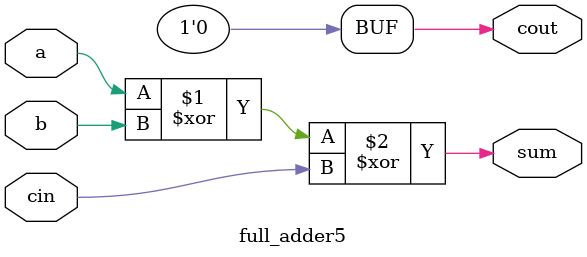
<source format=v>
module full_adder5(a,b,cin,sum,cout);
input a,b,cin;
output sum,cout;
assign sum = a^b^cin;
assign cout = 1'b0; 
// initial begin
//     $display("The incorrect adder with or1 having out/0");
// end   
endmodule
</source>
